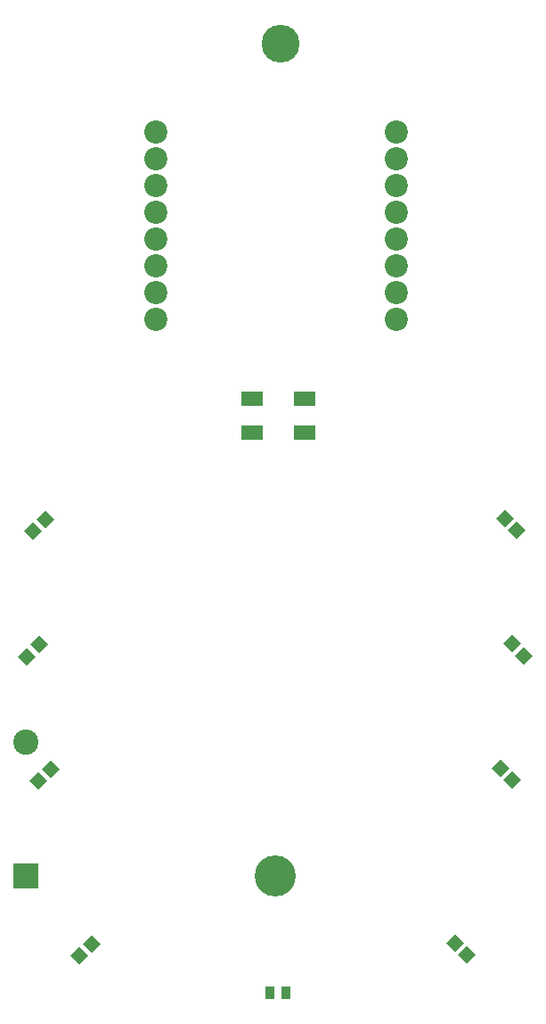
<source format=gbr>
G04 #@! TF.GenerationSoftware,KiCad,Pcbnew,no-vcs-found-bf44d39~61~ubuntu16.04.1*
G04 #@! TF.CreationDate,2018-01-11T19:38:33+02:00*
G04 #@! TF.ProjectId,shd18-badge,73686431382D62616467652E6B696361,rev?*
G04 #@! TF.SameCoordinates,Original*
G04 #@! TF.FileFunction,Soldermask,Top*
G04 #@! TF.FilePolarity,Negative*
%FSLAX45Y45*%
G04 Gerber Fmt 4.5, Leading zero omitted, Abs format (unit mm)*
G04 Created by KiCad (PCBNEW no-vcs-found-bf44d39~61~ubuntu16.04.1) date Thu Jan 11 19:38:33 2018*
%MOMM*%
%LPD*%
G01*
G04 APERTURE LIST*
%ADD10R,2.400000X2.400000*%
%ADD11C,2.400000*%
%ADD12C,3.900000*%
%ADD13C,1.200000*%
%ADD14C,0.100000*%
%ADD15R,2.000000X1.400000*%
%ADD16C,3.600000*%
%ADD17R,0.900000X1.300000*%
%ADD18C,2.200000*%
G04 APERTURE END LIST*
D10*
X26400000Y-21500000D03*
D11*
X26400000Y-20230000D03*
D12*
X28772360Y-21500000D03*
D13*
X31023431Y-19293432D03*
D14*
G36*
X30938579Y-19293432D02*
X31023431Y-19208579D01*
X31108284Y-19293432D01*
X31023431Y-19378284D01*
X30938579Y-19293432D01*
X30938579Y-19293432D01*
G37*
D13*
X31136568Y-19406569D03*
D14*
G36*
X31051716Y-19406569D02*
X31136568Y-19321716D01*
X31221421Y-19406569D01*
X31136568Y-19491421D01*
X31051716Y-19406569D01*
X31051716Y-19406569D01*
G37*
D13*
X31026568Y-20586569D03*
D14*
G36*
X30941716Y-20586569D02*
X31026568Y-20501716D01*
X31111421Y-20586569D01*
X31026568Y-20671421D01*
X30941716Y-20586569D01*
X30941716Y-20586569D01*
G37*
D13*
X30913431Y-20473432D03*
D14*
G36*
X30828579Y-20473432D02*
X30913431Y-20388579D01*
X30998284Y-20473432D01*
X30913431Y-20558284D01*
X30828579Y-20473432D01*
X30828579Y-20473432D01*
G37*
D13*
X30483431Y-22133432D03*
D14*
G36*
X30398579Y-22133432D02*
X30483431Y-22048579D01*
X30568284Y-22133432D01*
X30483431Y-22218284D01*
X30398579Y-22133432D01*
X30398579Y-22133432D01*
G37*
D13*
X30596568Y-22246569D03*
D14*
G36*
X30511716Y-22246569D02*
X30596568Y-22161716D01*
X30681421Y-22246569D01*
X30596568Y-22331421D01*
X30511716Y-22246569D01*
X30511716Y-22246569D01*
G37*
D13*
X26913431Y-22256569D03*
D14*
G36*
X26913431Y-22171716D02*
X26998284Y-22256569D01*
X26913431Y-22341421D01*
X26828579Y-22256569D01*
X26913431Y-22171716D01*
X26913431Y-22171716D01*
G37*
D13*
X27026568Y-22143432D03*
D14*
G36*
X27026568Y-22058579D02*
X27111421Y-22143432D01*
X27026568Y-22228284D01*
X26941716Y-22143432D01*
X27026568Y-22058579D01*
X27026568Y-22058579D01*
G37*
D13*
X26636568Y-20483432D03*
D14*
G36*
X26636568Y-20398579D02*
X26721421Y-20483432D01*
X26636568Y-20568284D01*
X26551716Y-20483432D01*
X26636568Y-20398579D01*
X26636568Y-20398579D01*
G37*
D13*
X26523431Y-20596569D03*
D14*
G36*
X26523431Y-20511716D02*
X26608284Y-20596569D01*
X26523431Y-20681421D01*
X26438579Y-20596569D01*
X26523431Y-20511716D01*
X26523431Y-20511716D01*
G37*
D13*
X26413431Y-19416569D03*
D14*
G36*
X26413431Y-19331716D02*
X26498284Y-19416569D01*
X26413431Y-19501421D01*
X26328579Y-19416569D01*
X26413431Y-19331716D01*
X26413431Y-19331716D01*
G37*
D13*
X26526568Y-19303432D03*
D14*
G36*
X26526568Y-19218579D02*
X26611421Y-19303432D01*
X26526568Y-19388284D01*
X26441716Y-19303432D01*
X26526568Y-19218579D01*
X26526568Y-19218579D01*
G37*
D13*
X26586568Y-18113432D03*
D14*
G36*
X26586568Y-18028579D02*
X26671421Y-18113432D01*
X26586568Y-18198284D01*
X26501716Y-18113432D01*
X26586568Y-18028579D01*
X26586568Y-18028579D01*
G37*
D13*
X26473431Y-18226569D03*
D14*
G36*
X26473431Y-18141716D02*
X26558284Y-18226569D01*
X26473431Y-18311421D01*
X26388579Y-18226569D01*
X26473431Y-18141716D01*
X26473431Y-18141716D01*
G37*
D13*
X31066568Y-18216569D03*
D14*
G36*
X30981716Y-18216569D02*
X31066568Y-18131716D01*
X31151421Y-18216569D01*
X31066568Y-18301421D01*
X30981716Y-18216569D01*
X30981716Y-18216569D01*
G37*
D13*
X30953431Y-18103432D03*
D14*
G36*
X30868579Y-18103432D02*
X30953431Y-18018579D01*
X31038284Y-18103432D01*
X30953431Y-18188284D01*
X30868579Y-18103432D01*
X30868579Y-18103432D01*
G37*
D15*
X28550000Y-16970000D03*
X28550000Y-17290000D03*
X29050000Y-16970000D03*
X29050000Y-17290000D03*
D16*
X28825000Y-13600000D03*
D17*
X28725000Y-22610000D03*
X28875000Y-22610000D03*
D18*
X29923000Y-16216000D03*
X29923000Y-15962000D03*
X29923000Y-15708000D03*
X29923000Y-15454000D03*
X29923000Y-15200000D03*
X29923000Y-14946000D03*
X29923000Y-14692000D03*
X29923000Y-14438000D03*
X27637000Y-14438000D03*
X27637000Y-14692000D03*
X27637000Y-14946000D03*
X27637000Y-15200000D03*
X27637000Y-15454000D03*
X27637000Y-15708000D03*
X27637000Y-15962000D03*
X27637000Y-16216000D03*
M02*

</source>
